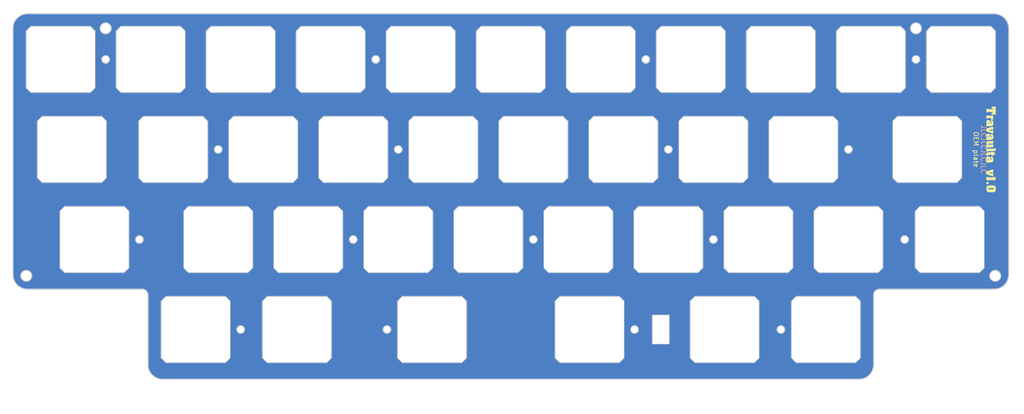
<source format=kicad_pcb>
(kicad_pcb (version 20240108) (generator "pcbnew") (generator_version "8.0")
  (layers (0 "F.Cu" signal) (31 "B.Cu" signal) (34 "B.Paste" user) (35 "F.Paste" user) (36 "B.SilkS" user "B.Silkscreen") (37 "F.SilkS" user "F.Silkscreen") (38 "B.Mask" user) (39 "F.Mask" user) (44 "Edge.Cuts" user))
  (net 0 "")
  (net 1 "GND")
  (footprint "cipulot_parts:ecs_plate_cut_1U" (layer "F.Cu") (at 215.9 114.3)
    (property "Reference" "REF**")
    (property "Value" "Value " (hide yes))
    (fp_line (start -7.3 -6) (end -7.3 6) (stroke (width 0.12)) (layer "Edge.Cuts"))
    (fp_line (start -7.3 6) (end -6.3 7) (stroke (width 0.12)) (layer "Edge.Cuts"))
    (fp_line (start -6.3 -7) (end -7.3 -6) (stroke (width 0.12)) (layer "Edge.Cuts"))
    (fp_line (start -6.3 7) (end 6.3 7) (stroke (width 0.12)) (layer "Edge.Cuts"))
    (fp_line (start 6.3 -7) (end -6.3 -7) (stroke (width 0.12)) (layer "Edge.Cuts"))
    (fp_line (start 6.3 -7) (end 7.3 -6) (stroke (width 0.12)) (layer "Edge.Cuts"))
    (fp_line (start 6.3 7) (end 7.3 6) (stroke (width 0.12)) (layer "Edge.Cuts"))
    (fp_line (start 7.3 6) (end 7.3 -6) (stroke (width 0.12)) (layer "Edge.Cuts"))
  )
  (footprint "cipulot_parts:ecs_plate_cut_1U" (layer "F.Cu") (at 220.6625 95.25)
    (property "Reference" "REF**")
    (property "Value" "Value " (hide yes))
    (fp_line (start -7.3 -6) (end -7.3 6) (stroke (width 0.12)) (layer "Edge.Cuts"))
    (fp_line (start -7.3 6) (end -6.3 7) (stroke (width 0.12)) (layer "Edge.Cuts"))
    (fp_line (start -6.3 -7) (end -7.3 -6) (stroke (width 0.12)) (layer "Edge.Cuts"))
    (fp_line (start -6.3 7) (end 6.3 7) (stroke (width 0.12)) (layer "Edge.Cuts"))
    (fp_line (start 6.3 -7) (end -6.3 -7) (stroke (width 0.12)) (layer "Edge.Cuts"))
    (fp_line (start 6.3 -7) (end 7.3 -6) (stroke (width 0.12)) (layer "Edge.Cuts"))
    (fp_line (start 6.3 7) (end 7.3 6) (stroke (width 0.12)) (layer "Edge.Cuts"))
    (fp_line (start 7.3 6) (end 7.3 -6) (stroke (width 0.12)) (layer "Edge.Cuts"))
  )
  (footprint "cipulot_parts:ecs_plate_cut_1U" (layer "F.Cu") (at 132.555 114.3)
    (property "Reference" "REF**")
    (property "Value" "Value " (hide yes))
    (fp_line (start -7.3 -6) (end -7.3 6) (stroke (width 0.12)) (layer "Edge.Cuts"))
    (fp_line (start -7.3 6) (end -6.3 7) (stroke (width 0.12)) (layer "Edge.Cuts"))
    (fp_line (start -6.3 -7) (end -7.3 -6) (stroke (width 0.12)) (layer "Edge.Cuts"))
    (fp_line (start -6.3 7) (end 6.3 7) (stroke (width 0.12)) (layer "Edge.Cuts"))
    (fp_line (start 6.3 -7) (end -6.3 -7) (stroke (width 0.12)) (layer "Edge.Cuts"))
    (fp_line (start 6.3 -7) (end 7.3 -6) (stroke (width 0.12)) (layer "Edge.Cuts"))
    (fp_line (start 6.3 7) (end 7.3 6) (stroke (width 0.12)) (layer "Edge.Cuts"))
    (fp_line (start 7.3 6) (end 7.3 -6) (stroke (width 0.12)) (layer "Edge.Cuts"))
  )
  (footprint "cipulot_parts:ecs_plate_cut_1U" (layer "F.Cu") (at 173.0375 76.2)
    (property "Reference" "REF**")
    (property "Value" "Value " (hide yes))
    (fp_line (start -7.3 -6) (end -7.3 6) (stroke (width 0.12)) (layer "Edge.Cuts"))
    (fp_line (start -7.3 6) (end -6.3 7) (stroke (width 0.12)) (layer "Edge.Cuts"))
    (fp_line (start -6.3 -7) (end -7.3 -6) (stroke (width 0.12)) (layer "Edge.Cuts"))
    (fp_line (start -6.3 7) (end 6.3 7) (stroke (width 0.12)) (layer "Edge.Cuts"))
    (fp_line (start 6.3 -7) (end -6.3 -7) (stroke (width 0.12)) (layer "Edge.Cuts"))
    (fp_line (start 6.3 -7) (end 7.3 -6) (stroke (width 0.12)) (layer "Edge.Cuts"))
    (fp_line (start 6.3 7) (end 7.3 6) (stroke (width 0.12)) (layer "Edge.Cuts"))
    (fp_line (start 7.3 6) (end 7.3 -6) (stroke (width 0.12)) (layer "Edge.Cuts"))
  )
  (footprint "cipulot_parts:ecs_plate_cut_1U" (layer "F.Cu") (at 103.98 114.3)
    (property "Reference" "REF**")
    (property "Value" "Value " (hide yes))
    (fp_line (start -7.3 -6) (end -7.3 6) (stroke (width 0.12)) (layer "Edge.Cuts"))
    (fp_line (start -7.3 6) (end -6.3 7) (stroke (width 0.12)) (layer "Edge.Cuts"))
    (fp_line (start -6.3 -7) (end -7.3 -6) (stroke (width 0.12)) (layer "Edge.Cuts"))
    (fp_line (start -6.3 7) (end 6.3 7) (stroke (width 0.12)) (layer "Edge.Cuts"))
    (fp_line (start 6.3 -7) (end -6.3 -7) (stroke (width 0.12)) (layer "Edge.Cuts"))
    (fp_line (start 6.3 -7) (end 7.3 -6) (stroke (width 0.12)) (layer "Edge.Cuts"))
    (fp_line (start 6.3 7) (end 7.3 6) (stroke (width 0.12)) (layer "Edge.Cuts"))
    (fp_line (start 7.3 6) (end 7.3 -6) (stroke (width 0.12)) (layer "Edge.Cuts"))
  )
  (footprint "cipulot_parts:ecs_plate_cut_1U" (layer "F.Cu") (at 115.8875 76.2)
    (property "Reference" "REF**")
    (property "Value" "Value " (hide yes))
    (fp_line (start -7.3 -6) (end -7.3 6) (stroke (width 0.12)) (layer "Edge.Cuts"))
    (fp_line (start -7.3 6) (end -6.3 7) (stroke (width 0.12)) (layer "Edge.Cuts"))
    (fp_line (start -6.3 -7) (end -7.3 -6) (stroke (width 0.12)) (layer "Edge.Cuts"))
    (fp_line (start -6.3 7) (end 6.3 7) (stroke (width 0.12)) (layer "Edge.Cuts"))
    (fp_line (start 6.3 -7) (end -6.3 -7) (stroke (width 0.12)) (layer "Edge.Cuts"))
    (fp_line (start 6.3 -7) (end 7.3 -6) (stroke (width 0.12)) (layer "Edge.Cuts"))
    (fp_line (start 6.3 7) (end 7.3 6) (stroke (width 0.12)) (layer "Edge.Cuts"))
    (fp_line (start 7.3 6) (end 7.3 -6) (stroke (width 0.12)) (layer "Edge.Cuts"))
  )
  (footprint "cipulot_parts:ecs_plate_cut_1U" (layer "F.Cu") (at 82.55 114.3)
    (property "Reference" "REF**")
    (property "Value" "Value " (hide yes))
    (fp_line (start -7.3 -6) (end -7.3 6) (stroke (width 0.12)) (layer "Edge.Cuts"))
    (fp_line (start -7.3 6) (end -6.3 7) (stroke (width 0.12)) (layer "Edge.Cuts"))
    (fp_line (start -6.3 -7) (end -7.3 -6) (stroke (width 0.12)) (layer "Edge.Cuts"))
    (fp_line (start -6.3 7) (end 6.3 7) (stroke (width 0.12)) (layer "Edge.Cuts"))
    (fp_line (start 6.3 -7) (end -6.3 -7) (stroke (width 0.12)) (layer "Edge.Cuts"))
    (fp_line (start 6.3 -7) (end 7.3 -6) (stroke (width 0.12)) (layer "Edge.Cuts"))
    (fp_line (start 6.3 7) (end 7.3 6) (stroke (width 0.12)) (layer "Edge.Cuts"))
    (fp_line (start 7.3 6) (end 7.3 -6) (stroke (width 0.12)) (layer "Edge.Cuts"))
  )
  (footprint "cipulot_parts:ecs_plate_cut_1U" (layer "F.Cu") (at 56.358 76.2)
    (property "Reference" "REF**")
    (property "Value" "Value " (hide yes))
    (fp_line (start -7.3 -6) (end -7.3 6) (stroke (width 0.12)) (layer "Edge.Cuts"))
    (fp_line (start -7.3 6) (end -6.3 7) (stroke (width 0.12)) (layer "Edge.Cuts"))
    (fp_line (start -6.3 -7) (end -7.3 -6) (stroke (width 0.12)) (layer "Edge.Cuts"))
    (fp_line (start -6.3 7) (end 6.3 7) (stroke (width 0.12)) (layer "Edge.Cuts"))
    (fp_line (start 6.3 -7) (end -6.3 -7) (stroke (width 0.12)) (layer "Edge.Cuts"))
    (fp_line (start 6.3 -7) (end 7.3 -6) (stroke (width 0.12)) (layer "Edge.Cuts"))
    (fp_line (start 6.3 7) (end 7.3 6) (stroke (width 0.12)) (layer "Edge.Cuts"))
    (fp_line (start 7.3 6) (end 7.3 -6) (stroke (width 0.12)) (layer "Edge.Cuts"))
  )
  (footprint "cipulot_parts:ecs_plate_cut_1U" (layer "F.Cu") (at 77.7875 76.2)
    (property "Reference" "REF**")
    (property "Value" "Value " (hide yes))
    (fp_line (start -7.3 -6) (end -7.3 6) (stroke (width 0.12)) (layer "Edge.Cuts"))
    (fp_line (start -7.3 6) (end -6.3 7) (stroke (width 0.12)) (layer "Edge.Cuts"))
    (fp_line (start -6.3 -7) (end -7.3 -6) (stroke (width 0.12)) (layer "Edge.Cuts"))
    (fp_line (start -6.3 7) (end 6.3 7) (stroke (width 0.12)) (layer "Edge.Cuts"))
    (fp_line (start 6.3 -7) (end -6.3 -7) (stroke (width 0.12)) (layer "Edge.Cuts"))
    (fp_line (start 6.3 -7) (end 7.3 -6) (stroke (width 0.12)) (layer "Edge.Cuts"))
    (fp_line (start 6.3 7) (end 7.3 6) (stroke (width 0.12)) (layer "Edge.Cuts"))
    (fp_line (start 7.3 6) (end 7.3 -6) (stroke (width 0.12)) (layer "Edge.Cuts"))
  )
  (footprint "cipulot_parts:ecs_plate_cut_1U" (layer "F.Cu") (at 237.33 76.2)
    (property "Reference" "REF**")
    (property "Value" "Value " (hide yes))
    (fp_line (start -7.3 -6) (end -7.3 6) (stroke (width 0.12)) (layer "Edge.Cuts"))
    (fp_line (start -7.3 6) (end -6.3 7) (stroke (width 0.12)) (layer "Edge.Cuts"))
    (fp_line (start -6.3 -7) (end -7.3 -6) (stroke (width 0.12)) (layer "Edge.Cuts"))
    (fp_line (start -6.3 7) (end 6.3 7) (stroke (width 0.12)) (layer "Edge.Cuts"))
    (fp_line (start 6.3 -7) (end -6.3 -7) (stroke (width 0.12)) (layer "Edge.Cuts"))
    (fp_line (start 6.3 -7) (end 7.3 -6) (stroke (width 0.12)) (layer "Edge.Cuts"))
    (fp_line (start 6.3 7) (end 7.3 6) (stroke (width 0.12)) (layer "Edge.Cuts"))
    (fp_line (start 7.3 6) (end 7.3 -6) (stroke (width 0.12)) (layer "Edge.Cuts"))
  )
  (footprint "cipulot_parts:ecs_plate_cut_1U" (layer "F.Cu") (at 130.175 57.15)
    (property "Reference" "REF**")
    (property "Value" "Value " (hide yes))
    (fp_line (start -7.3 -6) (end -7.3 6) (stroke (width 0.12)) (layer "Edge.Cuts"))
    (fp_line (start -7.3 6) (end -6.3 7) (stroke (width 0.12)) (layer "Edge.Cuts"))
    (fp_line (start -6.3 -7) (end -7.3 -6) (stroke (width 0.12)) (layer "Edge.Cuts"))
    (fp_line (start -6.3 7) (end 6.3 7) (stroke (width 0.12)) (layer "Edge.Cuts"))
    (fp_line (start 6.3 -7) (end -6.3 -7) (stroke (width 0.12)) (layer "Edge.Cuts"))
    (fp_line (start 6.3 -7) (end 7.3 -6) (stroke (width 0.12)) (layer "Edge.Cuts"))
    (fp_line (start 6.3 7) (end 7.3 6) (stroke (width 0.12)) (layer "Edge.Cuts"))
    (fp_line (start 7.3 6) (end 7.3 -6) (stroke (width 0.12)) (layer "Edge.Cuts"))
  )
  (footprint "cipulot_parts:ecs_plate_cut_1U" (layer "F.Cu") (at 165.892 114.3)
    (property "Reference" "REF**")
    (property "Value" "Value " (hide yes))
    (fp_line (start -7.3 -6) (end -7.3 6) (stroke (width 0.12)) (layer "Edge.Cuts"))
    (fp_line (start -7.3 6) (end -6.3 7) (stroke (width 0.12)) (layer "Edge.Cuts"))
    (fp_line (start -6.3 -7) (end -7.3 -6) (stroke (width 0.12)) (layer "Edge.Cuts"))
    (fp_line (start -6.3 7) (end 6.3 7) (stroke (width 0.12)) (layer "Edge.Cuts"))
    (fp_line (start 6.3 -7) (end -6.3 -7) (stroke (width 0.12)) (layer "Edge.Cuts"))
    (fp_line (start 6.3 -7) (end 7.3 -6) (stroke (width 0.12)) (layer "Edge.Cuts"))
    (fp_line (start 6.3 7) (end 7.3 6) (stroke (width 0.12)) (layer "Edge.Cuts"))
    (fp_line (start 7.3 6) (end 7.3 -6) (stroke (width 0.12)) (layer "Edge.Cuts"))
  )
  (footprint "cipulot_parts:ecs_plate_cut_1U" (layer "F.Cu") (at 201.6125 95.25)
    (property "Reference" "REF**")
    (property "Value" "Value " (hide yes))
    (fp_line (start -7.3 -6) (end -7.3 6) (stroke (width 0.12)) (layer "Edge.Cuts"))
    (fp_line (start -7.3 6) (end -6.3 7) (stroke (width 0.12)) (layer "Edge.Cuts"))
    (fp_line (start -6.3 -7) (end -7.3 -6) (stroke (width 0.12)) (layer "Edge.Cuts"))
    (fp_line (start -6.3 7) (end 6.3 7) (stroke (width 0.12)) (layer "Edge.Cuts"))
    (fp_line (start 6.3 -7) (end -6.3 -7) (stroke (width 0.12)) (layer "Edge.Cuts"))
    (fp_line (start 6.3 -7) (end 7.3 -6) (stroke (width 0.12)) (layer "Edge.Cuts"))
    (fp_line (start 6.3 7) (end 7.3 6) (stroke (width 0.12)) (layer "Edge.Cuts"))
    (fp_line (start 7.3 6) (end 7.3 -6) (stroke (width 0.12)) (layer "Edge.Cuts"))
  )
  (footprint "cipulot_parts:ecs_plate_cut_1U" (layer "F.Cu") (at 225.425 57.15)
    (property "Reference" "REF**")
    (property "Value" "Value " (hide yes))
    (fp_line (start -7.3 -6) (end -7.3 6) (stroke (width 0.12)) (layer "Edge.Cuts"))
    (fp_line (start -7.3 6) (end -6.3 7) (stroke (width 0.12)) (layer "Edge.Cuts"))
    (fp_line (start -6.3 -7) (end -7.3 -6) (stroke (width 0.12)) (layer "Edge.Cuts"))
    (fp_line (start -6.3 7) (end 6.3 7) (stroke (width 0.12)) (layer "Edge.Cuts"))
    (fp_line (start 6.3 -7) (end -6.3 -7) (stroke (width 0.12)) (layer "Edge.Cuts"))
    (fp_line (start 6.3 -7) (end 7.3 -6) (stroke (width 0.12)) (layer "Edge.Cuts"))
    (fp_line (start 6.3 7) (end 7.3 6) (stroke (width 0.12)) (layer "Edge.Cuts"))
    (fp_line (start 7.3 6) (end 7.3 -6) (stroke (width 0.12)) (layer "Edge.Cuts"))
  )
  (footprint "cipulot_parts:ecs_plate_cut_1U" (layer "F.Cu") (at 87.3125 95.25)
    (property "Reference" "REF**")
    (property "Value" "Value " (hide yes))
    (fp_line (start -7.3 -6) (end -7.3 6) (stroke (width 0.12)) (layer "Edge.Cuts"))
    (fp_line (start -7.3 6) (end -6.3 7) (stroke (width 0.12)) (layer "Edge.Cuts"))
    (fp_line (start -6.3 -7) (end -7.3 -6) (stroke (width 0.12)) (layer "Edge.Cuts"))
    (fp_line (start -6.3 7) (end 6.3 7) (stroke (width 0.12)) (layer "Edge.Cuts"))
    (fp_line (start 6.3 -7) (end -6.3 -7) (stroke (width 0.12)) (layer "Edge.Cuts"))
    (fp_line (start 6.3 -7) (end 7.3 -6) (stroke (width 0.12)) (layer "Edge.Cuts"))
    (fp_line (start 6.3 7) (end 7.3 6) (stroke (width 0.12)) (layer "Edge.Cuts"))
    (fp_line (start 7.3 6) (end 7.3 -6) (stroke (width 0.12)) (layer "Edge.Cuts"))
  )
  (footprint "cipulot_parts:ecs_plate_cut_1U" (layer "F.Cu") (at 168.275 57.15)
    (property "Reference" "REF**")
    (property "Value" "Value " (hide yes))
    (fp_line (start -7.3 -6) (end -7.3 6) (stroke (width 0.12)) (layer "Edge.Cuts"))
    (fp_line (start -7.3 6) (end -6.3 7) (stroke (width 0.12)) (layer "Edge.Cuts"))
    (fp_line (start -6.3 -7) (end -7.3 -6) (stroke (width 0.12)) (layer "Edge.Cuts"))
    (fp_line (start -6.3 7) (end 6.3 7) (stroke (width 0.12)) (layer "Edge.Cuts"))
    (fp_line (start 6.3 -7) (end -6.3 -7) (stroke (width 0.12)) (layer "Edge.Cuts"))
    (fp_line (start 6.3 -7) (end 7.3 -6) (stroke (width 0.12)) (layer "Edge.Cuts"))
    (fp_line (start 6.3 7) (end 7.3 6) (stroke (width 0.12)) (layer "Edge.Cuts"))
    (fp_line (start 7.3 6) (end 7.3 -6) (stroke (width 0.12)) (layer "Edge.Cuts"))
  )
  (footprint "cipulot_parts:ecs_plate_cut_1U" (layer "F.Cu") (at 144.4625 95.25)
    (property "Reference" "REF**")
    (property "Value" "Value " (hide yes))
    (fp_line (start -7.3 -6) (end -7.3 6) (stroke (width 0.12)) (layer "Edge.Cuts"))
    (fp_line (start -7.3 6) (end -6.3 7) (stroke (width 0.12)) (layer "Edge.Cuts"))
    (fp_line (start -6.3 -7) (end -7.3 -6) (stroke (width 0.12)) (layer "Edge.Cuts"))
    (fp_line (start -6.3 7) (end 6.3 7) (stroke (width 0.12)) (layer "Edge.Cuts"))
    (fp_line (start 6.3 -7) (end -6.3 -7) (stroke (width 0.12)) (layer "Edge.Cuts"))
    (fp_line (start 6.3 -7) (end 7.3 -6) (stroke (width 0.12)) (layer "Edge.Cuts"))
    (fp_line (start 6.3 7) (end 7.3 6) (stroke (width 0.12)) (layer "Edge.Cuts"))
    (fp_line (start 7.3 6) (end 7.3 -6) (stroke (width 0.12)) (layer "Edge.Cuts"))
  )
  (footprint "cipulot_parts:ecs_plate_cut_1U" (layer "F.Cu") (at 125.4125 95.25)
    (property "Reference" "REF**")
    (property "Value" "Value " (hide yes))
    (fp_line (start -7.3 -6) (end -7.3 6) (stroke (width 0.12)) (layer "Edge.Cuts"))
    (fp_line (start -7.3 6) (end -6.3 7) (stroke (width 0.12)) (layer "Edge.Cuts"))
    (fp_line (start -6.3 -7) (end -7.3 -6) (stroke (width 0.12)) (layer "Edge.Cuts"))
    (fp_line (start -6.3 7) (end 6.3 7) (stroke (width 0.12)) (layer "Edge.Cuts"))
    (fp_line (start 6.3 -7) (end -6.3 -7) (stroke (width 0.12)) (layer "Edge.Cuts"))
    (fp_line (start 6.3 -7) (end 7.3 -6) (stroke (width 0.12)) (layer "Edge.Cuts"))
    (fp_line (start 6.3 7) (end 7.3 6) (stroke (width 0.12)) (layer "Edge.Cuts"))
    (fp_line (start 7.3 6) (end 7.3 -6) (stroke (width 0.12)) (layer "Edge.Cuts"))
  )
  (footprint "cipulot_parts:ecs_plate_cut_1U" (layer "F.Cu") (at 53.975 57.15)
    (property "Reference" "REF**")
    (property "Value" "Value " (hide yes))
    (fp_line (start -7.3 -6) (end -7.3 6) (stroke (width 0.12)) (layer "Edge.Cuts"))
    (fp_line (start -7.3 6) (end -6.3 7) (stroke (width 0.12)) (layer "Edge.Cuts"))
    (fp_line (start -6.3 -7) (end -7.3 -6) (stroke (width 0.12)) (layer "Edge.Cuts"))
    (fp_line (start -6.3 7) (end 6.3 7) (stroke (width 0.12)) (layer "Edge.Cuts"))
    (fp_line (start 6.3 -7) (end -6.3 -7) (stroke (width 0.12)) (layer "Edge.Cuts"))
    (fp_line (start 6.3 -7) (end 7.3 -6) (stroke (width 0.12)) (layer "Edge.Cuts"))
    (fp_line (start 6.3 7) (end 7.3 6) (stroke (width 0.12)) (layer "Edge.Cuts"))
    (fp_line (start 7.3 6) (end 7.3 -6) (stroke (width 0.12)) (layer "Edge.Cuts"))
  )
  (footprint "cipulot_parts:ecs_plate_cut_1U" (layer "F.Cu") (at 211.1375 76.2)
    (property "Reference" "REF**")
    (property "Value" "Value " (hide yes))
    (fp_line (start -7.3 -6) (end -7.3 6) (stroke (width 0.12)) (layer "Edge.Cuts"))
    (fp_line (start -7.3 6) (end -6.3 7) (stroke (width 0.12)) (layer "Edge.Cuts"))
    (fp_line (start -6.3 -7) (end -7.3 -6) (stroke (width 0.12)) (layer "Edge.Cuts"))
    (fp_line (start -6.3 7) (end 6.3 7) (stroke (width 0.12)) (layer "Edge.Cuts"))
    (fp_line (start 6.3 -7) (end -6.3 -7) (stroke (width 0.12)) (layer "Edge.Cuts"))
    (fp_line (start 6.3 -7) (end 7.3 -6) (stroke (width 0.12)) (layer "Edge.Cuts"))
    (fp_line (start 6.3 7) (end 7.3 6) (stroke (width 0.12)) (layer "Edge.Cuts"))
    (fp_line (start 7.3 6) (end 7.3 -6) (stroke (width 0.12)) (layer "Edge.Cuts"))
  )
  (footprint "cipulot_parts:ecs_plate_cut_1U" (layer "F.Cu") (at 96.8375 76.2)
    (property "Reference" "REF**")
    (property "Value" "Value " (hide yes))
    (fp_line (start -7.3 -6) (end -7.3 6) (stroke (width 0.12)) (layer "Edge.Cuts"))
    (fp_line (start -7.3 6) (end -6.3 7) (stroke (width 0.12)) (layer "Edge.Cuts"))
    (fp_line (start -6.3 -7) (end -7.3 -6) (stroke (width 0.12)) (layer "Edge.Cuts"))
    (fp_line (start -6.3 7) (end 6.3 7) (stroke (width 0.12)) (layer "Edge.Cuts"))
    (fp_line (start 6.3 -7) (end -6.3 -7) (stroke (width 0.12)) (layer "Edge.Cuts"))
    (fp_line (start 6.3 -7) (end 7.3 -6) (stroke (width 0.12)) (layer "Edge.Cuts"))
    (fp_line (start 6.3 7) (end 7.3 6) (stroke (width 0.12)) (layer "Edge.Cuts"))
    (fp_line (start 7.3 6) (end 7.3 -6) (stroke (width 0.12)) (layer "Edge.Cuts"))
  )
  (footprint "cipulot_parts:ecs_plate_cut_1U" (layer "F.Cu") (at 163.5125 95.25)
    (property "Reference" "REF**")
    (property "Value" "Value " (hide yes))
    (fp_line (start -7.3 -6) (end -7.3 6) (stroke (width 0.12)) (layer "Edge.Cuts"))
    (fp_line (start -7.3 6) (end -6.3 7) (stroke (width 0.12)) (layer "Edge.Cuts"))
    (fp_line (start -6.3 -7) (end -7.3 -6) (stroke (width 0.12)) (layer "Edge.Cuts"))
    (fp_line (start -6.3 7) (end 6.3 7) (stroke (width 0.12)) (layer "Edge.Cuts"))
    (fp_line (start 6.3 -7) (end -6.3 -7) (stroke (width 0.12)) (layer "Edge.Cuts"))
    (fp_line (start 6.3 -7) (end 7.3 -6) (stroke (width 0.12)) (layer "Edge.Cuts"))
    (fp_line (start 6.3 7) (end 7.3 6) (stroke (width 0.12)) (layer "Edge.Cuts"))
    (fp_line (start 7.3 6) (end 7.3 -6) (stroke (width 0.12)) (layer "Edge.Cuts"))
  )
  (footprint "cipulot_parts:ecs_plate_cut_1U" (layer "F.Cu") (at 192.0875 76.2)
    (property "Reference" "REF**")
    (property "Value" "Value " (hide yes))
    (fp_line (start -7.3 -6) (end -7.3 6) (stroke (width 0.12)) (layer "Edge.Cuts"))
    (fp_line (start -7.3 6) (end -6.3 7) (stroke (width 0.12)) (layer "Edge.Cuts"))
    (fp_line (start -6.3 -7) (end -7.3 -6) (stroke (width 0.12)) (layer "Edge.Cuts"))
    (fp_line (start -6.3 7) (end 6.3 7) (stroke (width 0.12)) (layer "Edge.Cuts"))
    (fp_line (start 6.3 -7) (end -6.3 -7) (stroke (width 0.12)) (layer "Edge.Cuts"))
    (fp_line (start 6.3 -7) (end 7.3 -6) (stroke (width 0.12)) (layer "Edge.Cuts"))
    (fp_line (start 6.3 7) (end 7.3 6) (stroke (width 0.12)) (layer "Edge.Cuts"))
    (fp_line (start 7.3 6) (end 7.3 -6) (stroke (width 0.12)) (layer "Edge.Cuts"))
  )
  (footprint "cipulot_parts:ecs_plate_cut_1U" (layer "F.Cu") (at 111.125 57.15)
    (property "Reference" "REF**")
    (property "Value" "Value " (hide yes))
    (fp_line (start -7.3 -6) (end -7.3 6) (stroke (width 0.12)) (layer "Edge.Cuts"))
    (fp_line (start -7.3 6) (end -6.3 7) (stroke (width 0.12)) (layer "Edge.Cuts"))
    (fp_line (start -6.3 -7) (end -7.3 -6) (stroke (width 0.12)) (layer "Edge.Cuts"))
    (fp_line (start -6.3 7) (end 6.3 7) (stroke (width 0.12)) (layer "Edge.Cuts"))
    (fp_line (start 6.3 -7) (end -6.3 -7) (stroke (width 0.12)) (layer "Edge.Cuts"))
    (fp_line (start 6.3 -7) (end 7.3 -6) (stroke (width 0.12)) (layer "Edge.Cuts"))
    (fp_line (start 6.3 7) (end 7.3 6) (stroke (width 0.12)) (layer "Edge.Cuts"))
    (fp_line (start 7.3 6) (end 7.3 -6) (stroke (width 0.12)) (layer "Edge.Cuts"))
  )
  (footprint "cipulot_parts:ecs_plate_cut_1U" (layer "F.Cu") (at 182.5625 95.25)
    (property "Reference" "REF**")
    (property "Value" "Value " (hide yes))
    (fp_line (start -7.3 -6) (end -7.3 6) (stroke (width 0.12)) (layer "Edge.Cuts"))
    (fp_line (start -7.3 6) (end -6.3 7) (stroke (width 0.12)) (layer "Edge.Cuts"))
    (fp_line (start -6.3 -7) (end -7.3 -6) (stroke (width 0.12)) (layer "Edge.Cuts"))
    (fp_line (start -6.3 7) (end 6.3 7) (stroke (width 0.12)) (layer "Edge.Cuts"))
    (fp_line (start 6.3 -7) (end -6.3 -7) (stroke (width 0.12)) (layer "Edge.Cuts"))
    (fp_line (start 6.3 -7) (end 7.3 -6) (stroke (width 0.12)) (layer "Edge.Cuts"))
    (fp_line (start 6.3 7) (end 7.3 6) (stroke (width 0.12)) (layer "Edge.Cuts"))
    (fp_line (start 7.3 6) (end 7.3 -6) (stroke (width 0.12)) (layer "Edge.Cuts"))
  )
  (footprint "cipulot_parts:ecs_plate_cut_1U" (layer "F.Cu") (at 187.325 57.15)
    (property "Reference" "REF**")
    (property "Value" "Value " (hide yes))
    (fp_line (start -7.3 -6) (end -7.3 6) (stroke (width 0.12)) (layer "Edge.Cuts"))
    (fp_line (start -7.3 6) (end -6.3 7) (stroke (width 0.12)) (layer "Edge.Cuts"))
    (fp_line (start -6.3 -7) (end -7.3 -6) (stroke (width 0.12)) (layer "Edge.Cuts"))
    (fp_line (start -6.3 7) (end 6.3 7) (stroke (width 0.12)) (layer "Edge.Cuts"))
    (fp_line (start 6.3 -7) (end -6.3 -7) (stroke (width 0.12)) (layer "Edge.Cuts"))
    (fp_line (start 6.3 -7) (end 7.3 -6) (stroke (width 0.12)) (layer "Edge.Cuts"))
    (fp_line (start 6.3 7) (end 7.3 6) (stroke (width 0.12)) (layer "Edge.Cuts"))
    (fp_line (start 7.3 6) (end 7.3 -6) (stroke (width 0.12)) (layer "Edge.Cuts"))
  )
  (footprint "LOGO" (layer "F.Cu") (at 250.825 76.2 -90)
    (property "Reference" "G***" (hide yes))
    (property "Value" "LOGO" (hide yes))
    (fp_poly (pts (xy 7.18818 0.488735) (xy 7.290086 0.556518) (xy 7.361374 0.666908) (xy 7.373037 0.783493) (xy 7.327267 0.889887) (xy 7.235397 0.965165) (xy 7.154577 1.002165) (xy 7.09726 1.00849) (xy 7.034887 0.990653) (xy 6.932052 0.922456) (xy 6.873471 0.821715) (xy 6.862578 0.707617) (xy 6.902806 0.599352) (xy 6.954894 0.5436) (xy 7.073797 0.482596)) (fill solid) (layer "F.SilkS"))
    (fp_poly (pts (xy 0.344385 -0.204556) (xy 0.349374 0.070612) (xy 0.356045 0.283452) (xy 0.36474 0.439266) (xy 0.375803 0.543356) (xy 0.389577 0.601025) (xy 0.397403 0.613926) (xy 0.422556 0.671113) (xy 0.437694 0.767422) (xy 0.43968 0.818482) (xy 0.43968 0.980825) (xy 0.101465 0.980825) (xy -0.236751 0.980825) (xy -0.236751 0.813713) (xy -0.230433 0.712848) (xy -0.214343 0.642604) (xy -0.20293 0.625699) (xy -0.190524 0.584742) (xy -0.180589 0.483371) (xy -0.173514 0.328781) (xy -0.169687 0.128169) (xy -0.169108 0) (xy -0.17097 -0.222988) (xy -0.176295 -0.403936) (xy -0.184696 -0.535648) (xy -0.195782 -0.610928) (xy -0.20293 -0.625699) (xy -0.222553 -0.669043) (xy -0.234757 -0.756087) (xy -0.236751 -0.813714) (xy -0.236751 -0.980826) (xy 0.048446 -0.980826) (xy 0.333643 -0.980826)) (fill solid) (layer "F.SilkS"))
    (fp_poly (pts (xy 6.493742 -0.204926) (xy 6.495204 0.057778) (xy 6.499446 0.273899) (xy 6.506247 0.438272) (xy 6.51539 0.545737) (xy 6.526654 0.591128) (xy 6.527563 0.591877) (xy 6.546377 0.634814) (xy 6.558656 0.722902) (xy 6.561385 0.796803) (xy 6.561385 0.980825) (xy 6.189347 0.980825) (xy 5.81731 0.980825) (xy 5.81731 0.796803) (xy 5.823065 0.690882) (xy 5.837859 0.614926) (xy 5.851132 0.591877) (xy 5.86365 0.550889) (xy 5.873655 0.449759) (xy 5.880733 0.295955) (xy 5.884469 0.096945) (xy 5.884953 -0.016911) (xy 5.88304 -0.235681) (xy 5.877578 -0.41297) (xy 5.868981 -0.541312) (xy 5.857665 -0.613236) (xy 5.851132 -0.625699) (xy 5.831508 -0.669043) (xy 5.819304 -0.756087) (xy 5.81731 -0.813714) (xy 5.81731 -0.980826) (xy 6.155526 -0.980826) (xy 6.493742 -0.980826)) (fill solid) (layer "F.SilkS"))
    (fp_poly (pts (xy -6.362436 -0.503151) (xy -6.339437 -0.481165) (xy -6.328352 -0.427167) (xy -6.324871 -0.32696) (xy -6.324634 -0.253662) (xy -6.324634 0) (xy -6.417643 0.001075) (xy -6.530845 0.022427) (xy -6.604735 0.088414) (xy -6.64569 0.206616) (xy -6.655505 0.283926) (xy -6.653599 0.45236) (xy -6.616062 0.577222) (xy -6.580475 0.684183) (xy -6.56208 0.80907) (xy -6.561385 0.833824) (xy -6.561385 0.980825) (xy -6.885694 0.980825) (xy -7.210003 0.980825) (xy -7.187784 0.76944) (xy -7.177233 0.632305) (xy -7.169395 0.460416) (xy -7.165687 0.28665) (xy -7.165566 0.253661) (xy -7.168248 0.083587) (xy -7.175352 -0.091375) (xy -7.185461 -0.238347) (xy -7.187784 -0.262118) (xy -7.210003 -0.473502) (xy -6.939245 -0.473502) (xy -6.77933 -0.468323) (xy -6.683995 -0.452908) (xy -6.655094 -0.433325) (xy -6.626534 -0.41578) (xy -6.563113 -0.448205) (xy -6.560196 -0.450235) (xy -6.473193 -0.492936) (xy -6.401662 -0.507324)) (fill solid) (layer "F.SilkS"))
    (fp_poly (pts (xy -4.170704 -0.229438) (xy -4.17522 -0.069316) (xy -4.164602 0.089222) (xy -4.14146 0.226941) (xy -4.108404 0.324608) (xy -4.092209 0.349038) (xy -4.072025 0.333416) (xy -4.042283 0.266213) (xy -4.00917 0.161634) (xy -4.006862 0.153191) (xy -3.975435 0.022265) (xy -3.967172 -0.059076) (xy -3.980973 -0.104387) (xy -3.985554 -0.109602) (xy -4.008844 -0.164842) (xy -4.022894 -0.25981) (xy -4.024767 -0.311159) (xy -4.024767 -0.473502) (xy -3.720373 -0.473502) (xy -3.415979 -0.473502) (xy -3.415979 -0.320115) (xy -3.426334 -0.208114) (xy -3.452236 -0.113411) (xy -3.463199 -0.09182) (xy -3.489008 -0.03386) (xy -3.528561 0.075747) (xy -3.577323 0.22352) (xy -3.630757 0.395981) (xy -3.656261 0.481957) (xy -3.802104 0.980825) (xy -4.114369 0.980825) (xy -4.252317 0.978256) (xy -4.362326 0.971366) (xy -4.428603 0.961384) (xy -4.440499 0.955459) (xy -4.454099 0.915692) (xy -4.482534 0.822604) (xy -4.522303 0.687984) (xy -4.569903 0.52362) (xy -4.598733 0.422769) (xy -4.650283 0.246079) (xy -4.697652 0.09192) (xy -4.736959 -0.027686) (xy -4.764323 -0.100718) (xy -4.772883 -0.116685) (xy -4.7905 -0.167358) (xy -4.801185 -0.259162) (xy -4.802663 -0.311159) (xy -4.802663 -0.473502) (xy -4.476453 -0.473502) (xy -4.150243 -0.473502)) (fill solid) (layer "F.SilkS"))
    (fp_poly (pts (xy 4.893477 -0.229438) (xy 4.888961 -0.069316) (xy 4.899579 0.089222) (xy 4.922721 0.226941) (xy 4.955777 0.324608) (xy 4.971973 0.349038) (xy 4.992156 0.333416) (xy 5.021899 0.266213) (xy 5.055011 0.161634) (xy 5.05732 0.153191) (xy 5.088746 0.022265) (xy 5.097009 -0.059076) (xy 5.083208 -0.104387) (xy 5.078627 -0.109602) (xy 5.055337 -0.164842) (xy 5.041287 -0.25981) (xy 5.039414 -0.311159) (xy 5.039414 -0.473502) (xy 5.343808 -0.473502) (xy 5.648202 -0.473502) (xy 5.648202 -0.320115) (xy 5.637847 -0.208114) (xy 5.611945 -0.113411) (xy 5.600982 -0.09182) (xy 5.575173 -0.03386) (xy 5.53562 0.075747) (xy 5.486858 0.22352) (xy 5.433424 0.395981) (xy 5.40792 0.481957) (xy 5.262078 0.980825) (xy 4.949812 0.980825) (xy 4.811864 0.978256) (xy 4.701855 0.971366) (xy 4.635578 0.961384) (xy 4.623683 0.955459) (xy 4.610082 0.915692) (xy 4.581647 0.822604) (xy 4.541878 0.687984) (xy 4.494278 0.52362) (xy 4.465448 0.422769) (xy 4.413898 0.246079) (xy 4.366529 0.09192) (xy 4.327222 -0.027686) (xy 4.299858 -0.100718) (xy 4.291298 -0.116685) (xy 4.273681 -0.167358) (xy 4.262996 -0.259162) (xy 4.261518 -0.311159) (xy 4.261518 -0.473502) (xy 4.587728 -0.473502) (xy 4.913938 -0.473502)) (fill solid) (layer "F.SilkS"))
    (fp_poly (pts (xy -7.373103 -0.574967) (xy -7.373103 -0.135287) (xy -7.591329 -0.135287) (xy -7.809555 -0.135287) (xy -7.819625 -0.343987) (xy -7.832451 -0.471436) (xy -7.85487 -0.548763) (xy -7.871971 -0.566646) (xy -7.886475 -0.54025) (xy -7.898249 -0.459287) (xy -7.907199 -0.336785) (xy -7.913229 -0.185769) (xy -7.916244 -0.019265) (xy -7.91615 0.149701) (xy -7.912851 0.308104) (xy -7.906252 0.442916) (xy -7.896259 0.541113) (xy -7.882775 0.589669) (xy -7.880426 0.591877) (xy -7.861613 0.634814) (xy -7.849333 0.722902) (xy -7.846605 0.796803) (xy -7.846605 0.980825) (xy -8.218642 0.980825) (xy -8.590679 0.980825) (xy -8.590679 0.796803) (xy -8.584925 0.690882) (xy -8.57013 0.614926) (xy -8.556858 0.591877) (xy -8.544238 0.550862) (xy -8.534169 0.44996) (xy -8.52709 0.296893) (xy -8.523442 0.099384) (xy -8.523036 -0.001996) (xy -8.523812 -0.21463) (xy -8.526665 -0.368537) (xy -8.532383 -0.472619) (xy -8.541756 -0.535781) (xy -8.55557 -0.566926) (xy -8.573768 -0.574967) (xy -8.602225 -0.56029) (xy -8.618041 -0.507848) (xy -8.624129 -0.40502) (xy -8.624501 -0.355127) (xy -8.624501 -0.135287) (xy -8.844341 -0.135287) (xy -9.064181 -0.135287) (xy -9.064181 -0.574967) (xy -9.064181 -1.014648) (xy -8.218642 -1.014648) (xy -7.373103 -1.014648)) (fill solid) (layer "F.SilkS"))
    (fp_poly (pts (xy 1.104128 -0.848823) (xy 1.113319 -0.768762) (xy 1.116112 -0.676432) (xy 1.116112 -0.473502) (xy 1.217576 -0.473502) (xy 1.277641 -0.469808) (xy 1.307593 -0.447091) (xy 1.317902 -0.387904) (xy 1.319041 -0.304395) (xy 1.316824 -0.204287) (xy 1.303195 -0.154367) (xy 1.267682 -0.137186) (xy 1.217576 -0.135287) (xy 1.116112 -0.135287) (xy 1.116112 0.178493) (xy 1.124649 0.383409) (xy 1.151091 0.526523) (xy 1.196687 0.611591) (xy 1.262684 0.642372) (xy 1.270227 0.642609) (xy 1.303255 0.66542) (xy 1.317722 0.740399) (xy 1.319041 0.790862) (xy 1.31347 0.887031) (xy 1.290583 0.936565) (xy 1.242943 0.959508) (xy 1.139772 0.974519) (xy 1.010257 0.977325) (xy 0.885307 0.968662) (xy 0.795831 0.949266) (xy 0.794807 0.948852) (xy 0.721669 0.902995) (xy 0.659521 0.846026) (xy 0.631429 0.807335) (xy 0.611546 0.755863) (xy 0.597996 0.679135) (xy 0.588903 0.564676) (xy 0.582392 0.40001) (xy 0.580104 0.317799) (xy 0.573646 0.151588) (xy 0.56418 0.012777) (xy 0.55286 -0.086262) (xy 0.540839 -0.133159) (xy 0.537827 -0.135287) (xy 0.520425 -0.16571) (xy 0.509381 -0.243497) (xy 0.507323 -0.304395) (xy 0.513407 -0.400861) (xy 0.528962 -0.46209) (xy 0.541145 -0.473502) (xy 0.561667 -0.503654) (xy 0.573675 -0.57961) (xy 0.574967 -0.619515) (xy 0.574967 -0.765528) (xy 0.820173 -0.822878) (xy 0.942125 -0.850599) (xy 1.037653 -0.870826) (xy 1.088333 -0.879682) (xy 1.090746 -0.879795)) (fill solid) (layer "F.SilkS"))
    (fp_poly (pts (xy -1.397027 -0.470987) (xy -1.306141 -0.461927) (xy -1.256921 -0.444052) (xy -1.238106 -0.420004) (xy -1.230088 -0.366638) (xy -1.223455 -0.260959) (xy -1.2189 -0.118293) (xy -1.217115 0.045043) (xy -1.215481 0.253876) (xy -1.209785 0.404373) (xy -1.19802 0.505811) (xy -1.178182 0.567466) (xy -1.148266 0.598615) (xy -1.106266 0.608534) (xy -1.095257 0.608788) (xy -1.059306 0.606421) (xy -1.036038 0.591262) (xy -1.022693 0.551229) (xy -1.016515 0.474236) (xy -1.014743 0.348199) (xy -1.014647 0.255657) (xy -1.017729 0.103206) (xy -1.026125 -0.019249) (xy -1.038559 -0.097603) (xy -1.048469 -0.118376) (xy -1.068093 -0.161719) (xy -1.080297 -0.248763) (xy -1.08229 -0.306391) (xy -1.08229 -0.473502) (xy -0.779511 -0.473502) (xy -0.476732 -0.473502) (xy -0.460604 0.059187) (xy -0.453439 0.260322) (xy -0.444605 0.454294) (xy -0.435042 0.623428) (xy -0.425686 0.750049) (xy -0.422038 0.786351) (xy -0.399599 0.980825) (xy -0.707123 0.980825) (xy -0.849202 0.977427) (xy -0.954184 0.968142) (xy -1.009365 0.954333) (xy -1.014647 0.947841) (xy -1.041551 0.931932) (xy -1.101403 0.947841) (xy -1.210832 0.970965) (xy -1.35129 0.977529) (xy -1.489275 0.967705) (xy -1.582661 0.945394) (xy -1.653036 0.895983) (xy -1.703847 0.807754) (xy -1.737055 0.67342) (xy -1.754618 0.485695) (xy -1.758722 0.290565) (xy -1.76155 0.127129) (xy -1.769338 -0.003996) (xy -1.781045 -0.090207) (xy -1.792543 -0.118376) (xy -1.812167 -0.161719) (xy -1.824371 -0.248763) (xy -1.826365 -0.306391) (xy -1.826365 -0.473502) (xy -1.5425 -0.473502)) (fill solid) (layer "F.SilkS"))
    (fp_poly (pts (xy 8.627043 -1.001388) (xy 8.799913 -0.929334) (xy 8.923018 -0.830155) (xy 8.974625 -0.762482) (xy 9.012805 -0.686535) (xy 9.03909 -0.5919) (xy 9.055014 -0.468165) (xy 9.062112 -0.304917) (xy 9.061917 -0.091742) (xy 9.058363 0.088667) (xy 9.04998 0.322916) (xy 9.035324 0.500218) (xy 9.010773 0.631221) (xy 8.972706 0.72657) (xy 8.917502 0.796909) (xy 8.841539 0.852884) (xy 8.788491 0.881971) (xy 8.63963 0.933352) (xy 8.452401 0.962916) (xy 8.253047 0.968874) (xy 8.067811 0.949438) (xy 8.007236 0.935208) (xy 7.869703 0.88655) (xy 7.765682 0.822352) (xy 7.690349 0.733119) (xy 7.638876 0.609357) (xy 7.606437 0.441573) (xy 7.588204 0.220273) (xy 7.585704 0.158779) (xy 8.188435 0.158779) (xy 8.189041 0.322881) (xy 8.195627 0.437206) (xy 8.209978 0.510665) (xy 8.233882 0.55217) (xy 8.269125 0.570631) (xy 8.317492 0.574961) (xy 8.320106 0.574966) (xy 8.399654 0.56033) (xy 8.436687 0.507738) (xy 8.439091 0.498868) (xy 8.445217 0.438498) (xy 8.44911 0.325058) (xy 8.450533 0.173091) (xy 8.449253 -0.002858) (xy 8.448191 -0.064013) (xy 8.443333 -0.258703) (xy 8.436857 -0.39654) (xy 8.427344 -0.48831) (xy 8.413377 -0.544802) (xy 8.393536 -0.576805) (xy 8.379294 -0.588074) (xy 8.306481 -0.607262) (xy 8.260919 -0.588074) (xy 8.23716 -0.565091) (xy 8.22007 -0.523674) (xy 8.208232 -0.453036) (xy 8.200225 -0.342388) (xy 8.194634 -0.180941) (xy 8.192022 -0.064013) (xy 8.188435 0.158779) (xy 7.585704 0.158779) (xy 7.583374 0.101464) (xy 7.581231 -0.206841) (xy 7.596171 -0.45882) (xy 7.627838 -0.651738) (xy 7.675881 -0.782864) (xy 7.702765 -0.821002) (xy 7.841424 -0.92876) (xy 8.019437 -1.000799) (xy 8.220548 -1.036999) (xy 8.428502 -1.037235)) (fill solid) (layer "F.SilkS"))
    (fp_poly (pts (xy -5.441853 -0.496313) (xy -5.299458 -0.466149) (xy -5.163275 -0.414797) (xy -5.053067 -0.351612) (xy -4.988597 -0.285947) (xy -4.985821 -0.280469) (xy -4.972749 -0.224055) (xy -4.958171 -0.115856) (xy -4.943902 0.028354) (xy -4.932178 0.186018) (xy -4.919958 0.367793) (xy -4.906608 0.546152) (xy -4.893911 0.698259) (xy -4.885348 0.786351) (xy -4.864046 0.980825) (xy -5.15466 0.980825) (xy -5.299279 0.978697) (xy -5.388092 0.970944) (xy -5.432842 0.955518) (xy -5.445272 0.930368) (xy -5.445273 0.930093) (xy -5.446678 0.894909) (xy -5.461286 0.88442) (xy -5.504688 0.900358) (xy -5.592475 0.944456) (xy -5.59747 0.947004) (xy -5.749961 1.003361) (xy -5.8911 1.003521) (xy -6.009232 0.965297) (xy -6.133263 0.878661) (xy -6.212436 0.756596) (xy -6.245345 0.615356) (xy -6.239209 0.555433) (xy -5.704621 0.555433) (xy -5.654955 0.603143) (xy -5.565268 0.599151) (xy -5.532593 0.588259) (xy -5.491193 0.539542) (xy -5.479095 0.467604) (xy -5.485617 0.398928) (xy -5.515605 0.381562) (xy -5.555193 0.390298) (xy -5.653107 0.437866) (xy -5.704567 0.501678) (xy -5.704621 0.555433) (xy -6.239209 0.555433) (xy -6.230583 0.471195) (xy -6.166747 0.340368) (xy -6.071031 0.25059) (xy -5.997918 0.213561) (xy -5.883605 0.167282) (xy -5.751861 0.12132) (xy -5.741974 0.118163) (xy -5.61694 0.076654) (xy -5.543398 0.044209) (xy -5.507815 0.011247) (xy -5.496661 -0.031814) (xy -5.496005 -0.05601) (xy -5.506334 -0.126062) (xy -5.549323 -0.150562) (xy -5.580559 -0.152197) (xy -5.645606 -0.137326) (xy -5.672878 -0.079828) (xy -5.675815 -0.059188) (xy -5.683979 -0.011721) (xy -5.704829 0.016014) (xy -5.753307 0.029318) (xy -5.844352 0.033492) (xy -5.937932 0.033821) (xy -6.189348 0.033821) (xy -6.189348 -0.148344) (xy -6.186438 -0.255402) (xy -6.17058 -0.317075) (xy -6.131076 -0.355585) (xy -6.075701 -0.384438) (xy -5.89441 -0.449479) (xy -5.690179 -0.490158) (xy -5.496853 -0.5005)) (fill solid) (layer "F.SilkS"))
    (fp_poly (pts (xy -2.533198 -0.496313) (xy -2.390803 -0.466149) (xy -2.25462 -0.414797) (xy -2.144412 -0.351612) (xy -2.079942 -0.285947) (xy -2.077166 -0.280469) (xy -2.064094 -0.224055) (xy -2.049516 -0.115856) (xy -2.035247 0.028354) (xy -2.023523 0.186018) (xy -2.011303 0.367793) (xy -1.997953 0.546152) (xy -1.985256 0.698259) (xy -1.976693 0.786351) (xy -1.955391 0.980825) (xy -2.246004 0.980825) (xy -2.390624 0.978697) (xy -2.479437 0.970944) (xy -2.524187 0.955518) (xy -2.536617 0.930368) (xy -2.536618 0.930093) (xy -2.538023 0.894909) (xy -2.552631 0.88442) (xy -2.596033 0.900358) (xy -2.68382 0.944456) (xy -2.688815 0.947004) (xy -2.841306 1.003361) (xy -2.982445 1.003521) (xy -3.100577 0.965297) (xy -3.224608 0.878661) (xy -3.303781 0.756596) (xy -3.33669 0.615356) (xy -3.330554 0.555433) (xy -2.795966 0.555433) (xy -2.7463 0.603143) (xy -2.656613 0.599151) (xy -2.623938 0.588259) (xy -2.582538 0.539542) (xy -2.57044 0.467604) (xy -2.576962 0.398928) (xy -2.60695 0.381562) (xy -2.646538 0.390298) (xy -2.744452 0.437866) (xy -2.795912 0.501678) (xy -2.795966 0.555433) (xy -3.330554 0.555433) (xy -3.321928 0.471195) (xy -3.258092 0.340368) (xy -3.162375 0.25059) (xy -3.089263 0.213561) (xy -2.97495 0.167282) (xy -2.843206 0.12132) (xy -2.833319 0.118163) (xy -2.708285 0.076654) (xy -2.634743 0.044209) (xy -2.59916 0.011247) (xy -2.588006 -0.031814) (xy -2.58735 -0.05601) (xy -2.597679 -0.126062) (xy -2.640668 -0.150562) (xy -2.671904 -0.152197) (xy -2.73695 -0.137326) (xy -2.764223 -0.079828) (xy -2.76716 -0.059188) (xy -2.775324 -0.011721) (xy -2.796174 0.016014) (xy -2.844651 0.029318) (xy -2.935697 0.033492) (xy -3.029277 0.033821) (xy -3.280693 0.033821) (xy -3.280693 -0.148344) (xy -3.277783 -0.255402) (xy -3.261925 -0.317075) (xy -3.222421 -0.355585) (xy -3.167046 -0.384438) (xy -2.985754 -0.449479) (xy -2.781524 -0.490158) (xy -2.588198 -0.5005)) (fill solid) (layer "F.SilkS"))
    (fp_poly (pts (xy 2.235643 -0.496313) (xy 2.378039 -0.466149) (xy 2.514222 -0.414797) (xy 2.624429 -0.351612) (xy 2.6889 -0.285947) (xy 2.691675 -0.280469) (xy 2.704747 -0.224055) (xy 2.719325 -0.115856) (xy 2.733594 0.028354) (xy 2.745318 0.186018) (xy 2.757539 0.367793) (xy 2.770889 0.546152) (xy 2.783586 0.698259) (xy 2.792149 0.786351) (xy 2.813451 0.980825) (xy 2.522837 0.980825) (xy 2.378218 0.978697) (xy 2.289404 0.970944) (xy 2.244654 0.955518) (xy 2.232224 0.930368) (xy 2.232224 0.930093) (xy 2.230819 0.894909) (xy 2.21621 0.88442) (xy 2.172808 0.900358) (xy 2.085022 0.944456) (xy 2.080027 0.947004) (xy 1.927535 1.003361) (xy 1.786397 1.003521) (xy 1.668265 0.965297) (xy 1.544233 0.878661) (xy 1.465061 0.756596) (xy 1.432152 0.615356) (xy 1.438288 0.555433) (xy 1.972875 0.555433) (xy 2.022541 0.603143) (xy 2.112229 0.599151) (xy 2.144903 0.588259) (xy 2.186303 0.539542) (xy 2.198402 0.467604) (xy 2.191879 0.398928) (xy 2.161891 0.381562) (xy 2.122303 0.390298) (xy 2.024389 0.437866) (xy 1.97293 0.501678) (xy 1.972875 0.555433) (xy 1.438288 0.555433) (xy 1.446913 0.471195) (xy 1.51075 0.340368) (xy 1.606466 0.25059) (xy 1.679578 0.213561) (xy 1.793892 0.167282) (xy 1.925635 0.12132) (xy 1.935523 0.118163) (xy 2.060556 0.076654) (xy 2.134099 0.044209) (xy 2.169681 0.011247) (xy 2.180836 -0.031814) (xy 2.181491 -0.05601) (xy 2.171163 -0.126062) (xy 2.128173 -0.150562) (xy 2.096937 -0.152197) (xy 2.031891 -0.137326) (xy 2.004618 -0.079828) (xy 2.001681 -0.059188) (xy 1.993518 -0.011721) (xy 1.972668 0.016014) (xy 1.92419 0.029318) (xy 1.833145 0.033492) (xy 1.739564 0.033821) (xy 1.488149 0.033821) (xy 1.488149 -0.148344) (xy 1.491058 -0.255402) (xy 1.506917 -0.317075) (xy 1.546421 -0.355585) (xy 1.601796 -0.384438) (xy 1.783087 -0.449479) (xy 1.987318 -0.490158) (xy 2.180643 -0.5005)) (fill solid) (layer "F.SilkS"))
  )
  (footprint "cipulot_parts:ecs_plate_cut_1U" (layer "F.Cu") (at 194.47 114.3)
    (property "Reference" "REF**")
    (property "Value" "Value " (hide yes))
    (fp_line (start -7.3 -6) (end -7.3 6) (stroke (width 0.12)) (layer "Edge.Cuts"))
    (fp_line (start -7.3 6) (end -6.3 7) (stroke (width 0.12)) (layer "Edge.Cuts"))
    (fp_line (start -6.3 -7) (end -7.3 -6) (stroke (width 0.12)) (layer "Edge.Cuts"))
    (fp_line (start -6.3 7) (end 6.3 7) (stroke (width 0.12)) (layer "Edge.Cuts"))
    (fp_line (start 6.3 -7) (end -6.3 -7) (stroke (width 0.12)) (layer "Edge.Cuts"))
    (fp_line (start 6.3 -7) (end 7.3 -6) (stroke (width 0.12)) (layer "Edge.Cuts"))
    (fp_line (start 6.3 7) (end 7.3 6) (stroke (width 0.12)) (layer "Edge.Cuts"))
    (fp_line (start 7.3 6) (end 7.3 -6) (stroke (width 0.12)) (layer "Edge.Cuts"))
  )
  (footprint "cipulot_parts:ecs_plate_cut_1U" (layer "F.Cu") (at 244.475 57.15)
    (property "Reference" "REF**")
    (property "Value" "Value " (hide yes))
    (fp_line (start -7.3 -6) (end -7.3 6) (stroke (width 0.12)) (layer "Edge.Cuts"))
    (fp_line (start -7.3 6) (end -6.3 7) (stroke (width 0.12)) (layer "Edge.Cuts"))
    (fp_line (start -6.3 -7) (end -7.3 -6) (stroke (width 0.12)) (layer "Edge.Cuts"))
    (fp_line (start -6.3 7) (end 6.3 7) (stroke (width 0.12)) (layer "Edge.Cuts"))
    (fp_line (start 6.3 -7) (end -6.3 -7) (stroke (width 0.12)) (layer "Edge.Cuts"))
    (fp_line (start 6.3 -7) (end 7.3 -6) (stroke (width 0.12)) (layer "Edge.Cuts"))
    (fp_line (start 6.3 7) (end 7.3 6) (stroke (width 0.12)) (layer "Edge.Cuts"))
    (fp_line (start 7.3 6) (end 7.3 -6) (stroke (width 0.12)) (layer "Edge.Cuts"))
  )
  (footprint "cipulot_parts:ecs_plate_cut_1U" (layer "F.Cu") (at 149.225 57.15)
    (property "Reference" "REF**")
    (property "Value" "Value " (hide yes))
    (fp_line (start -7.3 -6) (end -7.3 6) (stroke (width 0.12)) (layer "Edge.Cuts"))
    (fp_line (start -7.3 6) (end -6.3 7) (stroke (width 0.12)) (layer "Edge.Cuts"))
    (fp_line (start -6.3 -7) (end -7.3 -6) (stroke (width 0.12)) (layer "Edge.Cuts"))
    (fp_line (start -6.3 7) (end 6.3 7) (stroke (width 0.12)) (layer "Edge.Cuts"))
    (fp_line (start 6.3 -7) (end -6.3 -7) (stroke (width 0.12)) (layer "Edge.Cuts"))
    (fp_line (start 6.3 -7) (end 7.3 -6) (stroke (width 0.12)) (layer "Edge.Cuts"))
    (fp_line (start 6.3 7) (end 7.3 6) (stroke (width 0.12)) (layer "Edge.Cuts"))
    (fp_line (start 7.3 6) (end 7.3 -6) (stroke (width 0.12)) (layer "Edge.Cuts"))
  )
  (footprint "cipulot_parts:ecs_plate_cut_1U" (layer "F.Cu") (at 61.12 95.25)
    (property "Reference" "REF**")
    (property "Value" "Value " (hide yes))
    (fp_line (start -7.3 -6) (end -7.3 6) (stroke (width 0.12)) (layer "Edge.Cuts"))
    (fp_line (start -7.3 6) (end -6.3 7) (stroke (width 0.12)) (layer "Edge.Cuts"))
    (fp_line (start -6.3 -7) (end -7.3 -6) (stroke (width 0.12)) (layer "Edge.Cuts"))
    (fp_line (start -6.3 7) (end 6.3 7) (stroke (width 0.12)) (layer "Edge.Cuts"))
    (fp_line (start 6.3 -7) (end -6.3 -7) (stroke (width 0.12)) (layer "Edge.Cuts"))
    (fp_line (start 6.3 -7) (end 7.3 -6) (stroke (width 0.12)) (layer "Edge.Cuts"))
    (fp_line (start 6.3 7) (end 7.3 6) (stroke (width 0.12)) (layer "Edge.Cuts"))
    (fp_line (start 7.3 6) (end 7.3 -6) (stroke (width 0.12)) (layer "Edge.Cuts"))
  )
  (footprint "cipulot_parts:ecs_plate_cut_1U" (layer "F.Cu") (at 92.075 57.15)
    (property "Reference" "REF**")
    (property "Value" "Value " (hide yes))
    (fp_line (start -7.3 -6) (end -7.3 6) (stroke (width 0.12)) (layer "Edge.Cuts"))
    (fp_line (start -7.3 6) (end -6.3 7) (stroke (width 0.12)) (layer "Edge.Cuts"))
    (fp_line (start -6.3 -7) (end -7.3 -6) (stroke (width 0.12)) (layer "Edge.Cuts"))
    (fp_line (start -6.3 7) (end 6.3 7) (stroke (width 0.12)) (layer "Edge.Cuts"))
    (fp_line (start 6.3 -7) (end -6.3 -7) (stroke (width 0.12)) (layer "Edge.Cuts"))
    (fp_line (start 6.3 -7) (end 7.3 -6) (stroke (width 0.12)) (layer "Edge.Cuts"))
    (fp_line (start 6.3 7) (end 7.3 6) (stroke (width 0.12)) (layer "Edge.Cuts"))
    (fp_line (start 7.3 6) (end 7.3 -6) (stroke (width 0.12)) (layer "Edge.Cuts"))
  )
  (footprint "cipulot_parts:ecs_plate_cut_1U" (layer "F.Cu") (at 73.025 57.15)
    (property "Reference" "REF**")
    (property "Value" "Value " (hide yes))
    (fp_line (start -7.3 -6) (end -7.3 6) (stroke (width 0.12)) (layer "Edge.Cuts"))
    (fp_line (start -7.3 6) (end -6.3 7) (stroke (width 0.12)) (layer "Edge.Cuts"))
    (fp_line (start -6.3 -7) (end -7.3 -6) (stroke (width 0.12)) (layer "Edge.Cuts"))
    (fp_line (start -6.3 7) (end 6.3 7) (stroke (width 0.12)) (layer "Edge.Cuts"))
    (fp_line (start 6.3 -7) (end -6.3 -7) (stroke (width 0.12)) (layer "Edge.Cuts"))
    (fp_line (start 6.3 -7) (end 7.3 -6) (stroke (width 0.12)) (layer "Edge.Cuts"))
    (fp_line (start 6.3 7) (end 7.3 6) (stroke (width 0.12)) (layer "Edge.Cuts"))
    (fp_line (start 7.3 6) (end 7.3 -6) (stroke (width 0.12)) (layer "Edge.Cuts"))
  )
  (footprint "cipulot_parts:ecs_plate_cut_1U" (layer "F.Cu") (at 134.9375 76.2)
    (property "Reference" "REF**")
    (property "Value" "Value " (hide yes))
    (fp_line (start -7.3 -6) (end -7.3 6) (stroke (width 0.12)) (layer "Edge.Cuts"))
    (fp_line (start -7.3 6) (end -6.3 7) (stroke (width 0.12)) (layer "Edge.Cuts"))
    (fp_line (start -6.3 -7) (end -7.3 -6) (stroke (width 0.12)) (layer "Edge.Cuts"))
    (fp_line (start -6.3 7) (end 6.3 7) (stroke (width 0.12)) (layer "Edge.Cuts"))
    (fp_line (start 6.3 -7) (end -6.3 -7) (stroke (width 0.12)) (layer "Edge.Cuts"))
    (fp_line (start 6.3 -7) (end 7.3 -6) (stroke (width 0.12)) (layer "Edge.Cuts"))
    (fp_line (start 6.3 7) (end 7.3 6) (stroke (width 0.12)) (layer "Edge.Cuts"))
    (fp_line (start 7.3 6) (end 7.3 -6) (stroke (width 0.12)) (layer "Edge.Cuts"))
  )
  (footprint "cipulot_parts:ecs_plate_cut_1U" (layer "F.Cu") (at 242.095 95.25)
    (property "Reference" "REF**")
    (property "Value" "Value " (hide yes))
    (fp_line (start -7.3 -6) (end -7.3 6) (stroke (width 0.12)) (layer "Edge.Cuts"))
    (fp_line (start -7.3 6) (end -6.3 7) (stroke (width 0.12)) (layer "Edge.Cuts"))
    (fp_line (start -6.3 -7) (end -7.3 -6) (stroke (width 0.12)) (layer "Edge.Cuts"))
    (fp_line (start -6.3 7) (end 6.3 7) (stroke (width 0.12)) (layer "Edge.Cuts"))
    (fp_line (start 6.3 -7) (end -6.3 -7) (stroke (width 0.12)) (layer "Edge.Cuts"))
    (fp_line (start 6.3 -7) (end 7.3 -6) (stroke (width 0.12)) (layer "Edge.Cuts"))
    (fp_line (start 6.3 7) (end 7.3 6) (stroke (width 0.12)) (layer "Edge.Cuts"))
    (fp_line (start 7.3 6) (end 7.3 -6) (stroke (width 0.12)) (layer "Edge.Cuts"))
  )
  (footprint "cipulot_parts:ecs_plate_cut_1U" (layer "F.Cu") (at 106.3625 95.25)
    (property "Reference" "REF**")
    (property "Value" "Value " (hide yes))
    (fp_line (start -7.3 -6) (end -7.3 6) (stroke (width 0.12)) (layer "Edge.Cuts"))
    (fp_line (start -7.3 6) (end -6.3 7) (stroke (width 0.12)) (layer "Edge.Cuts"))
    (fp_line (start -6.3 -7) (end -7.3 -6) (stroke (width 0.12)) (layer "Edge.Cuts"))
    (fp_line (start -6.3 7) (end 6.3 7) (stroke (width 0.12)) (layer "Edge.Cuts"))
    (fp_line (start 6.3 -7) (end -6.3 -7) (stroke (width 0.12)) (layer "Edge.Cuts"))
    (fp_line (start 6.3 -7) (end 7.3 -6) (stroke (width 0.12)) (layer "Edge.Cuts"))
    (fp_line (start 6.3 7) (end 7.3 6) (stroke (width 0.12)) (layer "Edge.Cuts"))
    (fp_line (start 7.3 6) (end 7.3 -6) (stroke (width 0.12)) (layer "Edge.Cuts"))
  )
  (footprint "cipulot_parts:ecs_plate_cut_1U" (layer "F.Cu") (at 206.375 57.15)
    (property "Reference" "REF**")
    (property "Value" "Value " (hide yes))
    (fp_line (start -7.3 -6) (end -7.3 6) (stroke (width 0.12)) (layer "Edge.Cuts"))
    (fp_line (start -7.3 6) (end -6.3 7) (stroke (width 0.12)) (layer "Edge.Cuts"))
    (fp_line (start -6.3 -7) (end -7.3 -6) (stroke (width 0.12)) (layer "Edge.Cuts"))
    (fp_line (start -6.3 7) (end 6.3 7) (stroke (width 0.12)) (layer "Edge.Cuts"))
    (fp_line (start 6.3 -7) (end -6.3 -7) (stroke (width 0.12)) (layer "Edge.Cuts"))
    (fp_line (start 6.3 -7) (end 7.3 -6) (stroke (width 0.12)) (layer "Edge.Cuts"))
    (fp_line (start 6.3 7) (end 7.3 6) (stroke (width 0.12)) (layer "Edge.Cuts"))
    (fp_line (start 7.3 6) (end 7.3 -6) (stroke (width 0.12)) (layer "Edge.Cuts"))
  )
  (footprint "cipulot_parts:ecs_plate_cut_1U" (layer "F.Cu") (at 153.9875 76.2)
    (property "Reference" "REF**")
    (property "Value" "Value " (hide yes))
    (fp_line (start -7.3 -6) (end -7.3 6) (stroke (width 0.12)) (layer "Edge.Cuts"))
    (fp_line (start -7.3 6) (end -6.3 7) (stroke (width 0.12)) (layer "Edge.Cuts"))
    (fp_line (start -6.3 -7) (end -7.3 -6) (stroke (width 0.12)) (layer "Edge.Cuts"))
    (fp_line (start -6.3 7) (end 6.3 7) (stroke (width 0.12)) (layer "Edge.Cuts"))
    (fp_line (start 6.3 -7) (end -6.3 -7) (stroke (width 0.12)) (layer "Edge.Cuts"))
    (fp_line (start 6.3 -7) (end 7.3 -6) (stroke (width 0.12)) (layer "Edge.Cuts"))
    (fp_line (start 6.3 7) (end 7.3 6) (stroke (width 0.12)) (layer "Edge.Cuts"))
    (fp_line (start 7.3 6) (end 7.3 -6) (stroke (width 0.12)) (layer "Edge.Cuts"))
  )
  (gr_line (start 72.45 121.724999) (end 72.45 106.974999) (stroke (width 0.2)) (layer "Edge.Cuts"))
  (gr_circle (center 220.6625 76.2) (end 221.4625 76.2) (stroke (width 0.2)) (fill none) (layer "Edge.Cuts"))
  (gr_circle (center 192.0875 95.25) (end 192.8875 95.25) (stroke (width 0.2)) (fill none) (layer "Edge.Cuts"))
  (gr_circle (center 234.95 57.15) (end 235.75 57.15) (stroke (width 0.2)) (fill none) (layer "Edge.Cuts"))
  (gr_circle (center 251.734375 102.933999) (end 252.884375 102.933999) (stroke (width 0.2)) (fill none) (layer "Edge.Cuts"))
  (gr_line (start 61.087 50.927) (end 61.087 50.927) (stroke (width 0.05)) (layer "Edge.Cuts"))
  (gr_circle (center 115.8875 95.25) (end 116.6875 95.25) (stroke (width 0.2)) (fill none) (layer "Edge.Cuts"))
  (gr_circle (center 46.716 102.933999) (end 47.866 102.933999) (stroke (width 0.2)) (fill none) (layer "Edge.Cuts"))
  (gr_circle (center 206.375 114.3) (end 207.175 114.3) (stroke (width 0.2)) (fill none) (layer "Edge.Cuts"))
  (gr_arc (start 254.575 102.674999) (mid 253.667031 104.86703) (end 251.475 105.774999) (stroke (width 0.2)) (layer "Edge.Cuts"))
  (gr_arc (start 71.25 105.774999) (mid 72.098528 106.126471) (end 72.45 106.974999) (stroke (width 0.2)) (layer "Edge.Cuts"))
  (gr_circle (center 92.075 114.3) (end 92.875 114.3) (stroke (width 0.2)) (fill none) (layer "Edge.Cuts"))
  (gr_line (start 46.975 47.474999) (end 251.475 47.474999) (stroke (width 0.2)) (layer "Edge.Cuts"))
  (gr_circle (center 153.9875 95.25) (end 154.7875 95.25) (stroke (width 0.2)) (fill none) (layer "Edge.Cuts"))
  (gr_line (start 226 106.974999) (end 226 121.724999) (stroke (width 0.2)) (layer "Edge.Cuts"))
  (gr_line (start 222.9 124.824999) (end 75.55 124.824999) (stroke (width 0.2)) (layer "Edge.Cuts"))
  (gr_rect (start 179.179211 111.222627) (end 182.774442 117.365374) (stroke (width 0.1)) (fill none) (layer "Edge.Cuts"))
  (gr_circle (center 70.64375 95.25) (end 71.44375 95.25) (stroke (width 0.2)) (fill none) (layer "Edge.Cuts"))
  (gr_circle (center 63.5 50.574999) (end 64.65 50.574999) (stroke (width 0.2)) (fill none) (layer "Edge.Cuts"))
  (gr_circle (center 125.4125 76.2) (end 126.2125 76.2) (stroke (width 0.2)) (fill none) (layer "Edge.Cuts"))
  (gr_circle (center 234.95 50.574999) (end 236.1 50.574999) (stroke (width 0.2)) (fill none) (layer "Edge.Cuts"))
  (gr_circle (center 177.8 57.15) (end 178.6 57.15) (stroke (width 0.2)) (fill none) (layer "Edge.Cuts"))
  (gr_arc (start 46.975 105.774999) (mid 44.782969 104.86703) (end 43.875 102.674999) (stroke (width 0.2)) (layer "Edge.Cuts"))
  (gr_circle (center 123.03125 114.3) (end 123.83125 114.3) (stroke (width 0.2)) (fill none) (layer "Edge.Cuts"))
  (gr_arc (start 251.475 47.474999) (mid 253.667031 48.382968) (end 254.575 50.574999) (stroke (width 0.2)) (layer "Edge.Cuts"))
  (gr_circle (center 232.56875 95.25) (end 233.36875 95.25) (stroke (width 0.2)) (fill none) (layer "Edge.Cuts"))
  (gr_arc (start 226 106.974999) (mid 226.351472 106.126471) (end 227.2 105.774999) (stroke (width 0.2)) (layer "Edge.Cuts"))
  (gr_circle (center 120.65 57.15) (end 121.45 57.15) (stroke (width 0.2)) (fill none) (layer "Edge.Cuts"))
  (gr_circle (center 63.5 57.15) (end 64.3 57.15) (stroke (width 0.2)) (fill none) (layer "Edge.Cuts"))
  (gr_circle (center 175.41875 114.3) (end 176.21875 114.3) (stroke (width 0.2)) (fill none) (layer "Edge.Cuts"))
  (gr_circle (center 87.3125 76.2) (end 88.1125 76.2) (stroke (width 0.2)) (fill none) (layer "Edge.Cuts"))
  (gr_arc (start 226 121.724999) (mid 225.092031 123.91703) (end 222.9 124.824999) (stroke (width 0.2)) (layer "Edge.Cuts"))
  (gr_circle (center 182.5625 76.2) (end 183.3625 76.2) (stroke (width 0.2)) (fill none) (layer "Edge.Cuts"))
  (gr_line (start 254.575 50.574999) (end 254.575 102.674999) (stroke (width 0.2)) (layer "Edge.Cuts"))
  (gr_arc (start 43.875 50.574999) (mid 44.782969 48.382968) (end 46.975 47.474999) (stroke (width 0.2)) (layer "Edge.Cuts"))
  (gr_line (start 71.25 105.774999) (end 46.975 105.774999) (stroke (width 0.2)) (layer "Edge.Cuts"))
  (gr_line (start 251.475 105.774999) (end 227.2 105.774999) (stroke (width 0.2)) (layer "Edge.Cuts"))
  (gr_arc (start 75.55 124.824999) (mid 73.357969 123.91703) (end 72.45 121.724999) (stroke (width 0.2)) (layer "Edge.Cuts"))
  (gr_line (start 43.875 102.674999) (end 43.875 50.574999) (stroke (width 0.2)) (layer "Edge.Cuts"))
  (gr_text "JLCJLCJLCJLC" (at 249.2375 76.2 -90) (layer "B.SilkS") (effects (font (size 1 1))))
  (gr_text "OEM plate" (at 247.65 76.2 270) (layer "F.SilkS") (effects (font (size 1 1))))
  (zone (net 1) (net_name "GND") (layers "F.Cu" "B.Cu") (connect_pads (clearance 0)) (min_thickness 0.254) (fill yes (thermal_gap 0.508) (thermal_bridge_width 0.508) (island_removal_mode 1) (island_area_min 0))
    (polygon (pts (xy 257.81 44.704) (xy 257.81 132.191504) (xy 41.148 131.937504) (xy 41.148 44.577)))
  )
)
</source>
